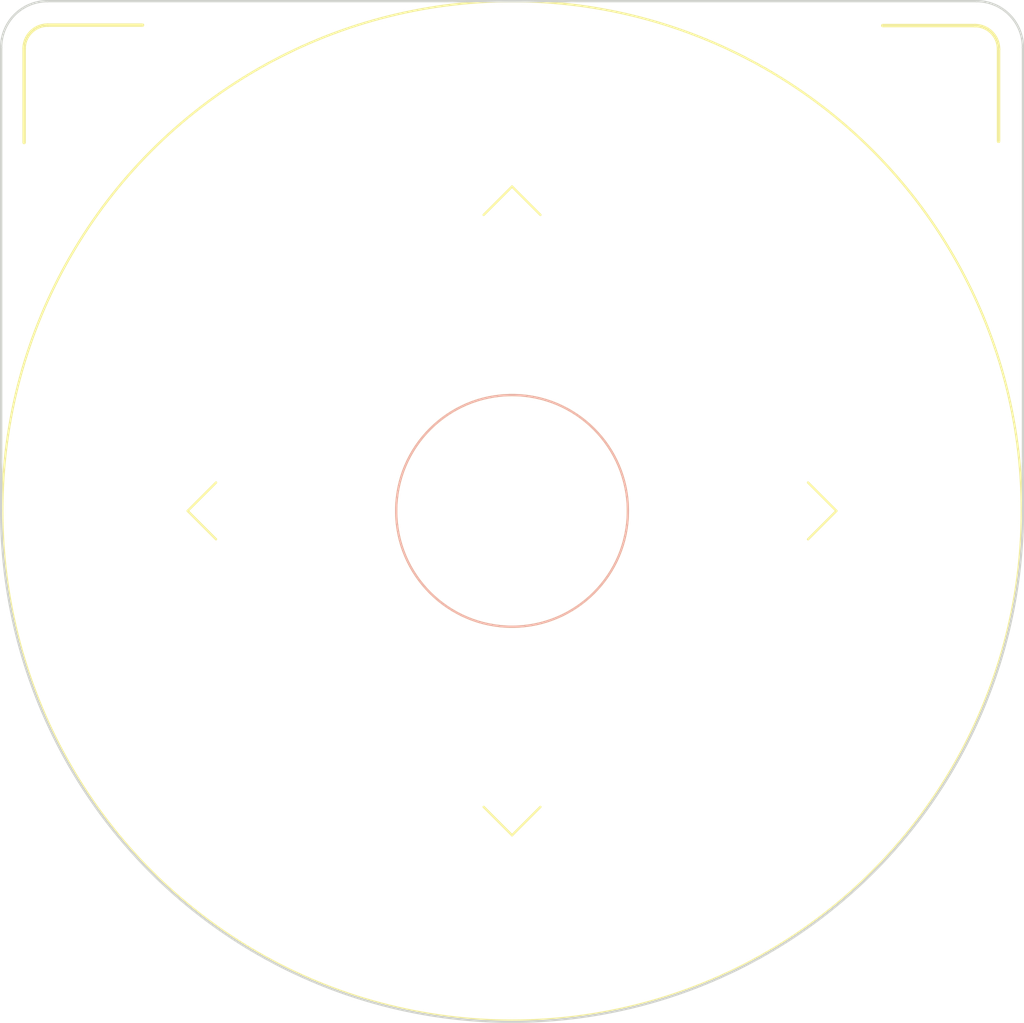
<source format=kicad_pcb>
(kicad_pcb
	(version 20240108)
	(generator "pcbnew")
	(generator_version "8.0")
	(general
		(thickness 1.6)
		(legacy_teardrops no)
	)
	(paper "A4")
	(layers
		(0 "F.Cu" signal)
		(31 "B.Cu" signal)
		(32 "B.Adhes" user "B.Adhesive")
		(33 "F.Adhes" user "F.Adhesive")
		(34 "B.Paste" user)
		(35 "F.Paste" user)
		(36 "B.SilkS" user "B.Silkscreen")
		(37 "F.SilkS" user "F.Silkscreen")
		(38 "B.Mask" user)
		(39 "F.Mask" user)
		(40 "Dwgs.User" user "User.Drawings")
		(41 "Cmts.User" user "User.Comments")
		(42 "Eco1.User" user "User.Eco1")
		(43 "Eco2.User" user "User.Eco2")
		(44 "Edge.Cuts" user)
		(45 "Margin" user)
		(46 "B.CrtYd" user "B.Courtyard")
		(47 "F.CrtYd" user "F.Courtyard")
		(48 "B.Fab" user)
		(49 "F.Fab" user)
		(50 "User.1" user)
		(51 "User.2" user)
		(52 "User.3" user)
		(53 "User.4" user)
		(54 "User.5" user)
		(55 "User.6" user)
		(56 "User.7" user)
		(57 "User.8" user)
		(58 "User.9" user)
	)
	(setup
		(pad_to_mask_clearance 0)
		(allow_soldermask_bridges_in_footprints no)
		(pcbplotparams
			(layerselection 0x00010fc_ffffffff)
			(plot_on_all_layers_selection 0x0000000_00000000)
			(disableapertmacros no)
			(usegerberextensions no)
			(usegerberattributes yes)
			(usegerberadvancedattributes yes)
			(creategerberjobfile yes)
			(dashed_line_dash_ratio 12.000000)
			(dashed_line_gap_ratio 3.000000)
			(svgprecision 4)
			(plotframeref no)
			(viasonmask no)
			(mode 1)
			(useauxorigin no)
			(hpglpennumber 1)
			(hpglpenspeed 20)
			(hpglpendiameter 15.000000)
			(pdf_front_fp_property_popups yes)
			(pdf_back_fp_property_popups yes)
			(dxfpolygonmode yes)
			(dxfimperialunits yes)
			(dxfusepcbnewfont yes)
			(psnegative no)
			(psa4output no)
			(plotreference yes)
			(plotvalue yes)
			(plotfptext yes)
			(plotinvisibletext no)
			(sketchpadsonfab no)
			(subtractmaskfromsilk no)
			(outputformat 1)
			(mirror no)
			(drillshape 0)
			(scaleselection 1)
			(outputdirectory "")
		)
	)
	(net 0 "")
	(gr_circle
		(center 100.05 100)
		(end 105.05 100)
		(stroke
			(width 0.1)
			(type default)
		)
		(fill none)
		(layer "B.SilkS")
		(uuid "8d0c7b29-bbe2-40d0-9a95-60ebf1634e67")
	)
	(gr_circle
		(center 100.05 100)
		(end 105.05 100)
		(stroke
			(width 0.1)
			(type default)
		)
		(fill none)
		(layer "F.SilkS")
		(uuid "01a4f142-bd1c-4116-8156-10b2a801bb8b")
	)
	(gr_line
		(start 114.05 100)
		(end 112.825216 98.775216)
		(stroke
			(width 0.1)
			(type default)
		)
		(layer "F.SilkS")
		(uuid "01e776fa-5b19-4ccc-8fad-b60e193ec079")
	)
	(gr_line
		(start 86.05 100)
		(end 87.274784 98.775216)
		(stroke
			(width 0.1)
			(type default)
		)
		(layer "F.SilkS")
		(uuid "1c734d2d-cc73-480a-a6c0-d5f3a5bc21b0")
	)
	(gr_arc
		(start 120.029559 79.053771)
		(mid 120.749373 79.351928)
		(end 121.04753 80.071742)
		(stroke
			(width 0.15)
			(type default)
		)
		(layer "F.SilkS")
		(uuid "1fba1cb2-7572-45b3-974e-aa4f73160a53")
	)
	(gr_line
		(start 80.009252 79.033219)
		(end 84.1 79.033219)
		(stroke
			(width 0.15)
			(type default)
		)
		(layer "F.SilkS")
		(uuid "33b8d256-f4bc-42e2-8e30-90277867c61c")
	)
	(gr_line
		(start 121.04753 80.071742)
		(end 121.04753 84.05)
		(stroke
			(width 0.15)
			(type default)
		)
		(layer "F.SilkS")
		(uuid "4d141c60-2138-43ee-baf5-08a469308341")
	)
	(gr_line
		(start 100.05 86)
		(end 98.825216 87.224784)
		(stroke
			(width 0.1)
			(type default)
		)
		(layer "F.SilkS")
		(uuid "585f90f8-3adf-42bf-ad9d-0ba69df683db")
	)
	(gr_line
		(start 86.05 100)
		(end 87.274784 101.224784)
		(stroke
			(width 0.1)
			(type default)
		)
		(layer "F.SilkS")
		(uuid "5d834e89-cb7a-4d2e-8379-7a7e3ad8dcbe")
	)
	(gr_line
		(start 100.05 86)
		(end 101.274784 87.224784)
		(stroke
			(width 0.1)
			(type default)
		)
		(layer "F.SilkS")
		(uuid "7287c224-02a4-4932-96cd-2ec0d643260b")
	)
	(gr_line
		(start 114.05 100)
		(end 112.825216 101.224784)
		(stroke
			(width 0.1)
			(type default)
		)
		(layer "F.SilkS")
		(uuid "7d8addd5-8f94-43b9-8ffd-9ca7c4186376")
	)
	(gr_line
		(start 78.991281 80.05119)
		(end 78.991281 84.1)
		(stroke
			(width 0.15)
			(type default)
		)
		(layer "F.SilkS")
		(uuid "7f6371c1-c485-4fba-bff8-1e907843b385")
	)
	(gr_arc
		(start 78.991281 80.05119)
		(mid 79.289438 79.331376)
		(end 80.009252 79.033219)
		(stroke
			(width 0.15)
			(type default)
		)
		(layer "F.SilkS")
		(uuid "87b4d2f9-b011-4634-8e7e-db3b1b1fe2c9")
	)
	(gr_line
		(start 120.029559 79.053771)
		(end 116.05 79.053771)
		(stroke
			(width 0.15)
			(type default)
		)
		(layer "F.SilkS")
		(uuid "9126371a-2c12-4056-bec4-03595d5ef747")
	)
	(gr_circle
		(center 100.05 100)
		(end 122.05 100)
		(stroke
			(width 0.1)
			(type default)
		)
		(fill none)
		(layer "F.SilkS")
		(uuid "a3d2fef7-b1e0-4cd8-be8a-3ce5a7eaf069")
	)
	(gr_line
		(start 100.05 114)
		(end 101.274784 112.775216)
		(stroke
			(width 0.1)
			(type default)
		)
		(layer "F.SilkS")
		(uuid "cdede4b2-b595-4c75-9f55-25fcfbab1acc")
	)
	(gr_line
		(start 100.05 114)
		(end 98.825216 112.775216)
		(stroke
			(width 0.1)
			(type default)
		)
		(layer "F.SilkS")
		(uuid "e02a4e50-d53e-4714-ae7a-01b3feb0f554")
	)
	(gr_arc
		(start 122.1 100)
		(mid 100.05 122.05)
		(end 78 100)
		(stroke
			(width 0.1)
			(type default)
		)
		(layer "Edge.Cuts")
		(uuid "08ec4cf7-6002-43b6-86ef-9298a348be27")
	)
	(gr_line
		(start 122.1 80)
		(end 122.1 100)
		(stroke
			(width 0.1)
			(type default)
		)
		(layer "Edge.Cuts")
		(uuid "356dd35b-a3af-48d4-bb21-bd44fac2de6b")
	)
	(gr_line
		(start 78 80)
		(end 78 100)
		(stroke
			(width 0.1)
			(type default)
		)
		(layer "Edge.Cuts")
		(uuid "59e33f62-7fea-48da-9a86-873a6b5f65bb")
	)
	(gr_line
		(start 120.1 78)
		(end 80 78)
		(stroke
			(width 0.1)
			(type default)
		)
		(layer "Edge.Cuts")
		(uuid "7890dd27-2474-4897-a437-2d2f01d90faf")
	)
	(gr_arc
		(start 120.1 78)
		(mid 121.514214 78.585786)
		(end 122.1 80)
		(stroke
			(width 0.1)
			(type default)
		)
		(layer "Edge.Cuts")
		(uuid "8781cac2-cec3-48f2-b8fc-1b70a574dd9f")
	)
	(gr_arc
		(start 78 80)
		(mid 78.585786 78.585786)
		(end 80 78)
		(stroke
			(width 0.1)
			(type default)
		)
		(layer "Edge.Cuts")
		(uuid "c9abbe40-bfae-4846-b230-df849b8d2971")
	)
	(group ""
		(uuid "0cb5da79-9643-4549-ba4b-d0e86ef73a02")
		(members "585f90f8-3adf-42bf-ad9d-0ba69df683db" "7287c224-02a4-4932-96cd-2ec0d643260b")
	)
	(group ""
		(uuid "16ba255e-dc17-4910-8dbc-ae8876c2308b")
		(members "cdede4b2-b595-4c75-9f55-25fcfbab1acc" "e02a4e50-d53e-4714-ae7a-01b3feb0f554")
	)
	(group ""
		(uuid "1f596482-78f6-4939-b6c3-9f126b8ee05d")
		(members "01e776fa-5b19-4ccc-8fad-b60e193ec079" "7d8addd5-8f94-43b9-8ffd-9ca7c4186376")
	)
	(group ""
		(uuid "67d585f1-8727-4836-a363-7da1d6d3c784")
		(members "1c734d2d-cc73-480a-a6c0-d5f3a5bc21b0" "5d834e89-cb7a-4d2e-8379-7a7e3ad8dcbe")
	)
)

</source>
